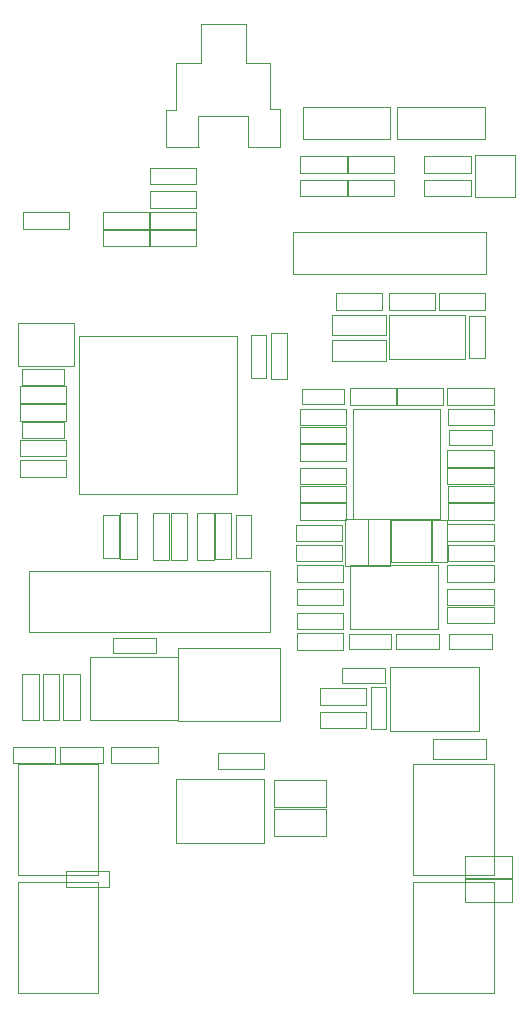
<source format=gbr>
G04 #@! TF.FileFunction,Other,User*
%FSLAX46Y46*%
G04 Gerber Fmt 4.6, Leading zero omitted, Abs format (unit mm)*
G04 Created by KiCad (PCBNEW 4.0.3-stable) date 08/09/18 16:35:35*
%MOMM*%
%LPD*%
G01*
G04 APERTURE LIST*
%ADD10C,0.100000*%
%ADD11C,0.050000*%
G04 APERTURE END LIST*
D10*
D11*
X164150000Y-94500000D02*
X164150000Y-98500000D01*
X164150000Y-98500000D02*
X162250000Y-98500000D01*
X162250000Y-94500000D02*
X162250000Y-98500000D01*
X164150000Y-94500000D02*
X162250000Y-94500000D01*
X151100000Y-97800000D02*
X151100000Y-94200000D01*
X151100000Y-97800000D02*
X152400000Y-97800000D01*
X152400000Y-94200000D02*
X151100000Y-94200000D01*
X152400000Y-94200000D02*
X152400000Y-97800000D01*
X141150000Y-94200000D02*
X141150000Y-97800000D01*
X141150000Y-94200000D02*
X139850000Y-94200000D01*
X139850000Y-97800000D02*
X141150000Y-97800000D01*
X139850000Y-97800000D02*
X139850000Y-94200000D01*
X132950000Y-86350000D02*
X136550000Y-86350000D01*
X132950000Y-86350000D02*
X132950000Y-87650000D01*
X136550000Y-87650000D02*
X136550000Y-86350000D01*
X136550000Y-87650000D02*
X132950000Y-87650000D01*
X132950000Y-81850000D02*
X136550000Y-81850000D01*
X132950000Y-81850000D02*
X132950000Y-83150000D01*
X136550000Y-83150000D02*
X136550000Y-81850000D01*
X136550000Y-83150000D02*
X132950000Y-83150000D01*
X160650000Y-104250000D02*
X164250000Y-104250000D01*
X160650000Y-104250000D02*
X160650000Y-105550000D01*
X164250000Y-105550000D02*
X164250000Y-104250000D01*
X164250000Y-105550000D02*
X160650000Y-105550000D01*
X132600000Y-134700000D02*
X132600000Y-125300000D01*
X132600000Y-134700000D02*
X139400000Y-134700000D01*
X139400000Y-125300000D02*
X132600000Y-125300000D01*
X139400000Y-125300000D02*
X139400000Y-134700000D01*
X140300000Y-125650000D02*
X136700000Y-125650000D01*
X140300000Y-125650000D02*
X140300000Y-124350000D01*
X136700000Y-124350000D02*
X136700000Y-125650000D01*
X136700000Y-124350000D02*
X140300000Y-124350000D01*
X136200000Y-113850000D02*
X139800000Y-113850000D01*
X136200000Y-113850000D02*
X136200000Y-115150000D01*
X139800000Y-115150000D02*
X139800000Y-113850000D01*
X139800000Y-115150000D02*
X136200000Y-115150000D01*
X153650000Y-78950000D02*
X153650000Y-82550000D01*
X153650000Y-78950000D02*
X152350000Y-78950000D01*
X152350000Y-82550000D02*
X153650000Y-82550000D01*
X152350000Y-82550000D02*
X152350000Y-78950000D01*
X139400000Y-115300000D02*
X139400000Y-124700000D01*
X139400000Y-115300000D02*
X132600000Y-115300000D01*
X132600000Y-124700000D02*
X139400000Y-124700000D01*
X132600000Y-124700000D02*
X132600000Y-115300000D01*
X163800000Y-108750000D02*
X163800000Y-112350000D01*
X163800000Y-108750000D02*
X162500000Y-108750000D01*
X162500000Y-112350000D02*
X163800000Y-112350000D01*
X162500000Y-112350000D02*
X162500000Y-108750000D01*
X163700000Y-108450000D02*
X160100000Y-108450000D01*
X163700000Y-108450000D02*
X163700000Y-107150000D01*
X160100000Y-107150000D02*
X160100000Y-108450000D01*
X160100000Y-107150000D02*
X163700000Y-107150000D01*
X168950000Y-94600000D02*
X168950000Y-98200000D01*
X168950000Y-94600000D02*
X167650000Y-94600000D01*
X167650000Y-98200000D02*
X168950000Y-98200000D01*
X167650000Y-98200000D02*
X167650000Y-94600000D01*
X172900000Y-115300000D02*
X172900000Y-124700000D01*
X172900000Y-115300000D02*
X166100000Y-115300000D01*
X166100000Y-124700000D02*
X172900000Y-124700000D01*
X166100000Y-124700000D02*
X166100000Y-115300000D01*
X160250000Y-84800000D02*
X156650000Y-84800000D01*
X160250000Y-84800000D02*
X160250000Y-83500000D01*
X156650000Y-83500000D02*
X156650000Y-84800000D01*
X156650000Y-83500000D02*
X160250000Y-83500000D01*
X168250000Y-105550000D02*
X164650000Y-105550000D01*
X168250000Y-105550000D02*
X168250000Y-104250000D01*
X164650000Y-104250000D02*
X164650000Y-105550000D01*
X164650000Y-104250000D02*
X168250000Y-104250000D01*
X170850000Y-80900000D02*
X170850000Y-77300000D01*
X170850000Y-80900000D02*
X172150000Y-80900000D01*
X172150000Y-77300000D02*
X170850000Y-77300000D01*
X172150000Y-77300000D02*
X172150000Y-80900000D01*
X163750000Y-81130000D02*
X159250000Y-81130000D01*
X163750000Y-81130000D02*
X163750000Y-79380000D01*
X159250000Y-79380000D02*
X159250000Y-81130000D01*
X159250000Y-79380000D02*
X163750000Y-79380000D01*
X172750000Y-88300000D02*
X169150000Y-88300000D01*
X172750000Y-88300000D02*
X172750000Y-87000000D01*
X169150000Y-87000000D02*
X169150000Y-88300000D01*
X169150000Y-87000000D02*
X172750000Y-87000000D01*
X172750000Y-105550000D02*
X169150000Y-105550000D01*
X172750000Y-105550000D02*
X172750000Y-104250000D01*
X169150000Y-104250000D02*
X169150000Y-105550000D01*
X169150000Y-104250000D02*
X172750000Y-104250000D01*
X163750000Y-78980000D02*
X159250000Y-78980000D01*
X163750000Y-78980000D02*
X163750000Y-77230000D01*
X159250000Y-77230000D02*
X159250000Y-78980000D01*
X159250000Y-77230000D02*
X163750000Y-77230000D01*
X172250000Y-114880000D02*
X167750000Y-114880000D01*
X172250000Y-114880000D02*
X172250000Y-113130000D01*
X167750000Y-113130000D02*
X167750000Y-114880000D01*
X167750000Y-113130000D02*
X172250000Y-113130000D01*
X174500000Y-126950000D02*
X170500000Y-126950000D01*
X170500000Y-126950000D02*
X170500000Y-125050000D01*
X174500000Y-125050000D02*
X170500000Y-125050000D01*
X174500000Y-126950000D02*
X174500000Y-125050000D01*
X174500000Y-124950000D02*
X170500000Y-124950000D01*
X170500000Y-124950000D02*
X170500000Y-123050000D01*
X174500000Y-123050000D02*
X170500000Y-123050000D01*
X174500000Y-124950000D02*
X174500000Y-123050000D01*
X154300000Y-119100000D02*
X158700000Y-119100000D01*
X158700000Y-119100000D02*
X158700000Y-121400000D01*
X158700000Y-121400000D02*
X154300000Y-121400000D01*
X154300000Y-119100000D02*
X154300000Y-121400000D01*
X158700000Y-118900000D02*
X154300000Y-118900000D01*
X154300000Y-118900000D02*
X154300000Y-116600000D01*
X154300000Y-116600000D02*
X158700000Y-116600000D01*
X158700000Y-118900000D02*
X158700000Y-116600000D01*
X154800000Y-105450000D02*
X146150000Y-105450000D01*
X146150000Y-105450000D02*
X146150000Y-111600000D01*
X146150000Y-111600000D02*
X154800000Y-111600000D01*
X154800000Y-111600000D02*
X154800000Y-105450000D01*
X164200000Y-94650000D02*
X167600000Y-94650000D01*
X167600000Y-94650000D02*
X167600000Y-98150000D01*
X167600000Y-98150000D02*
X164200000Y-98150000D01*
X164200000Y-98150000D02*
X164200000Y-94650000D01*
X174700000Y-67250000D02*
X171300000Y-67250000D01*
X171300000Y-67250000D02*
X171300000Y-63750000D01*
X171300000Y-63750000D02*
X174700000Y-63750000D01*
X174700000Y-63750000D02*
X174700000Y-67250000D01*
X164460000Y-65200000D02*
X160550000Y-65200000D01*
X164460000Y-65200000D02*
X164460000Y-63800000D01*
X160550000Y-63800000D02*
X160550000Y-65200000D01*
X160550000Y-63800000D02*
X164460000Y-63800000D01*
X156540000Y-63800000D02*
X160450000Y-63800000D01*
X156540000Y-63800000D02*
X156540000Y-65200000D01*
X160450000Y-65200000D02*
X160450000Y-63800000D01*
X160450000Y-65200000D02*
X156540000Y-65200000D01*
X167040000Y-63800000D02*
X170950000Y-63800000D01*
X167040000Y-63800000D02*
X167040000Y-65200000D01*
X170950000Y-65200000D02*
X170950000Y-63800000D01*
X170950000Y-65200000D02*
X167040000Y-65200000D01*
X156240000Y-98450000D02*
X160150000Y-98450000D01*
X156240000Y-98450000D02*
X156240000Y-99850000D01*
X160150000Y-99850000D02*
X160150000Y-98450000D01*
X160150000Y-99850000D02*
X156240000Y-99850000D01*
X160160000Y-101850000D02*
X156250000Y-101850000D01*
X160160000Y-101850000D02*
X160160000Y-100450000D01*
X156250000Y-100450000D02*
X156250000Y-101850000D01*
X156250000Y-100450000D02*
X160160000Y-100450000D01*
X160160000Y-103850000D02*
X156250000Y-103850000D01*
X160160000Y-103850000D02*
X160160000Y-102450000D01*
X156250000Y-102450000D02*
X156250000Y-103850000D01*
X156250000Y-102450000D02*
X160160000Y-102450000D01*
X156240000Y-104200000D02*
X160150000Y-104200000D01*
X156240000Y-104200000D02*
X156240000Y-105600000D01*
X160150000Y-105600000D02*
X160150000Y-104200000D01*
X160150000Y-105600000D02*
X156240000Y-105600000D01*
X132790000Y-84800000D02*
X136700000Y-84800000D01*
X132790000Y-84800000D02*
X132790000Y-86200000D01*
X136700000Y-86200000D02*
X136700000Y-84800000D01*
X136700000Y-86200000D02*
X132790000Y-86200000D01*
X132790000Y-83300000D02*
X136700000Y-83300000D01*
X132790000Y-83300000D02*
X132790000Y-84700000D01*
X136700000Y-84700000D02*
X136700000Y-83300000D01*
X136700000Y-84700000D02*
X132790000Y-84700000D01*
X142700000Y-94040000D02*
X142700000Y-97950000D01*
X142700000Y-94040000D02*
X141300000Y-94040000D01*
X141300000Y-97950000D02*
X142700000Y-97950000D01*
X141300000Y-97950000D02*
X141300000Y-94040000D01*
X147710000Y-68200000D02*
X143800000Y-68200000D01*
X147710000Y-68200000D02*
X147710000Y-66800000D01*
X143800000Y-66800000D02*
X143800000Y-68200000D01*
X143800000Y-66800000D02*
X147710000Y-66800000D01*
X147710000Y-66200000D02*
X143800000Y-66200000D01*
X147710000Y-66200000D02*
X147710000Y-64800000D01*
X143800000Y-64800000D02*
X143800000Y-66200000D01*
X143800000Y-64800000D02*
X147710000Y-64800000D01*
X154050000Y-82710000D02*
X154050000Y-78800000D01*
X154050000Y-82710000D02*
X155450000Y-82710000D01*
X155450000Y-78800000D02*
X154050000Y-78800000D01*
X155450000Y-78800000D02*
X155450000Y-82710000D01*
X144460000Y-115200000D02*
X140550000Y-115200000D01*
X144460000Y-115200000D02*
X144460000Y-113800000D01*
X140550000Y-113800000D02*
X140550000Y-115200000D01*
X140550000Y-113800000D02*
X144460000Y-113800000D01*
X145550000Y-97960000D02*
X145550000Y-94050000D01*
X145550000Y-97960000D02*
X146950000Y-97960000D01*
X146950000Y-94050000D02*
X145550000Y-94050000D01*
X146950000Y-94050000D02*
X146950000Y-97960000D01*
X144050000Y-97960000D02*
X144050000Y-94050000D01*
X144050000Y-97960000D02*
X145450000Y-97960000D01*
X145450000Y-94050000D02*
X144050000Y-94050000D01*
X145450000Y-94050000D02*
X145450000Y-97960000D01*
X136475000Y-111585000D02*
X136475000Y-107675000D01*
X136475000Y-111585000D02*
X137875000Y-111585000D01*
X137875000Y-107675000D02*
X136475000Y-107675000D01*
X137875000Y-107675000D02*
X137875000Y-111585000D01*
X134375000Y-107665000D02*
X134375000Y-111575000D01*
X134375000Y-107665000D02*
X132975000Y-107665000D01*
X132975000Y-111575000D02*
X134375000Y-111575000D01*
X132975000Y-111575000D02*
X132975000Y-107665000D01*
X134725000Y-111585000D02*
X134725000Y-107675000D01*
X134725000Y-111585000D02*
X136125000Y-111585000D01*
X136125000Y-107675000D02*
X134725000Y-107675000D01*
X136125000Y-107675000D02*
X136125000Y-111585000D01*
X162110000Y-112250000D02*
X158200000Y-112250000D01*
X162110000Y-112250000D02*
X162110000Y-110850000D01*
X158200000Y-110850000D02*
X158200000Y-112250000D01*
X158200000Y-110850000D02*
X162110000Y-110850000D01*
X172910000Y-98100000D02*
X169000000Y-98100000D01*
X172910000Y-98100000D02*
X172910000Y-96700000D01*
X169000000Y-96700000D02*
X169000000Y-98100000D01*
X169000000Y-96700000D02*
X172910000Y-96700000D01*
X162110000Y-110250000D02*
X158200000Y-110250000D01*
X162110000Y-110250000D02*
X162110000Y-108850000D01*
X158200000Y-108850000D02*
X158200000Y-110250000D01*
X158200000Y-108850000D02*
X162110000Y-108850000D01*
X168990000Y-98450000D02*
X172900000Y-98450000D01*
X168990000Y-98450000D02*
X168990000Y-99850000D01*
X172900000Y-99850000D02*
X172900000Y-98450000D01*
X172900000Y-99850000D02*
X168990000Y-99850000D01*
X168990000Y-100450000D02*
X172900000Y-100450000D01*
X168990000Y-100450000D02*
X168990000Y-101850000D01*
X172900000Y-101850000D02*
X172900000Y-100450000D01*
X172900000Y-101850000D02*
X168990000Y-101850000D01*
X156490000Y-85200000D02*
X160400000Y-85200000D01*
X156490000Y-85200000D02*
X156490000Y-86600000D01*
X160400000Y-86600000D02*
X160400000Y-85200000D01*
X160400000Y-86600000D02*
X156490000Y-86600000D01*
X160410000Y-91600000D02*
X156500000Y-91600000D01*
X160410000Y-91600000D02*
X160410000Y-90200000D01*
X156500000Y-90200000D02*
X156500000Y-91600000D01*
X156500000Y-90200000D02*
X160410000Y-90200000D01*
X156490000Y-91700000D02*
X160400000Y-91700000D01*
X156490000Y-91700000D02*
X156490000Y-93100000D01*
X160400000Y-93100000D02*
X160400000Y-91700000D01*
X160400000Y-93100000D02*
X156490000Y-93100000D01*
X160410000Y-94600000D02*
X156500000Y-94600000D01*
X160410000Y-94600000D02*
X160410000Y-93200000D01*
X156500000Y-93200000D02*
X156500000Y-94600000D01*
X156500000Y-93200000D02*
X160410000Y-93200000D01*
X168990000Y-90200000D02*
X172900000Y-90200000D01*
X168990000Y-90200000D02*
X168990000Y-91600000D01*
X172900000Y-91600000D02*
X172900000Y-90200000D01*
X172900000Y-91600000D02*
X168990000Y-91600000D01*
X168990000Y-88700000D02*
X172900000Y-88700000D01*
X168990000Y-88700000D02*
X168990000Y-90100000D01*
X172900000Y-90100000D02*
X172900000Y-88700000D01*
X172900000Y-90100000D02*
X168990000Y-90100000D01*
X168990000Y-101950000D02*
X172900000Y-101950000D01*
X168990000Y-101950000D02*
X168990000Y-103350000D01*
X172900000Y-103350000D02*
X172900000Y-101950000D01*
X172900000Y-103350000D02*
X168990000Y-103350000D01*
X160410000Y-88100000D02*
X156500000Y-88100000D01*
X160410000Y-88100000D02*
X160410000Y-86700000D01*
X156500000Y-86700000D02*
X156500000Y-88100000D01*
X156500000Y-86700000D02*
X160410000Y-86700000D01*
X156490000Y-88200000D02*
X160400000Y-88200000D01*
X156490000Y-88200000D02*
X156490000Y-89600000D01*
X160400000Y-89600000D02*
X160400000Y-88200000D01*
X160400000Y-89600000D02*
X156490000Y-89600000D01*
X172910000Y-93100000D02*
X169000000Y-93100000D01*
X172910000Y-93100000D02*
X172910000Y-91700000D01*
X169000000Y-91700000D02*
X169000000Y-93100000D01*
X169000000Y-91700000D02*
X172910000Y-91700000D01*
X163460000Y-76800000D02*
X159550000Y-76800000D01*
X163460000Y-76800000D02*
X163460000Y-75400000D01*
X159550000Y-75400000D02*
X159550000Y-76800000D01*
X159550000Y-75400000D02*
X163460000Y-75400000D01*
X160060000Y-98100000D02*
X156150000Y-98100000D01*
X160060000Y-98100000D02*
X160060000Y-96700000D01*
X156150000Y-96700000D02*
X156150000Y-98100000D01*
X156150000Y-96700000D02*
X160060000Y-96700000D01*
X172910000Y-94600000D02*
X169000000Y-94600000D01*
X172910000Y-94600000D02*
X172910000Y-93200000D01*
X169000000Y-93200000D02*
X169000000Y-94600000D01*
X169000000Y-93200000D02*
X172910000Y-93200000D01*
X160060000Y-96400000D02*
X156150000Y-96400000D01*
X160060000Y-96400000D02*
X160060000Y-95000000D01*
X156150000Y-95000000D02*
X156150000Y-96400000D01*
X156150000Y-95000000D02*
X160060000Y-95000000D01*
X168990000Y-94950000D02*
X172900000Y-94950000D01*
X168990000Y-94950000D02*
X168990000Y-96350000D01*
X172900000Y-96350000D02*
X172900000Y-94950000D01*
X172900000Y-96350000D02*
X168990000Y-96350000D01*
X167960000Y-76800000D02*
X164050000Y-76800000D01*
X167960000Y-76800000D02*
X167960000Y-75400000D01*
X164050000Y-75400000D02*
X164050000Y-76800000D01*
X164050000Y-75400000D02*
X167960000Y-75400000D01*
X172210000Y-76800000D02*
X168300000Y-76800000D01*
X172210000Y-76800000D02*
X172210000Y-75400000D01*
X168300000Y-75400000D02*
X168300000Y-76800000D01*
X168300000Y-75400000D02*
X172210000Y-75400000D01*
X170960000Y-67200000D02*
X167050000Y-67200000D01*
X170960000Y-67200000D02*
X170960000Y-65800000D01*
X167050000Y-65800000D02*
X167050000Y-67200000D01*
X167050000Y-65800000D02*
X170960000Y-65800000D01*
X153460000Y-115700000D02*
X149550000Y-115700000D01*
X153460000Y-115700000D02*
X153460000Y-114300000D01*
X149550000Y-114300000D02*
X149550000Y-115700000D01*
X149550000Y-114300000D02*
X153460000Y-114300000D01*
X172910000Y-86600000D02*
X169000000Y-86600000D01*
X172910000Y-86600000D02*
X172910000Y-85200000D01*
X169000000Y-85200000D02*
X169000000Y-86600000D01*
X169000000Y-85200000D02*
X172910000Y-85200000D01*
X168990000Y-83450000D02*
X172900000Y-83450000D01*
X168990000Y-83450000D02*
X168990000Y-84850000D01*
X172900000Y-84850000D02*
X172900000Y-83450000D01*
X172900000Y-84850000D02*
X168990000Y-84850000D01*
X164740000Y-83450000D02*
X168650000Y-83450000D01*
X164740000Y-83450000D02*
X164740000Y-84850000D01*
X168650000Y-84850000D02*
X168650000Y-83450000D01*
X168650000Y-84850000D02*
X164740000Y-84850000D01*
X160740000Y-83450000D02*
X164650000Y-83450000D01*
X160740000Y-83450000D02*
X160740000Y-84850000D01*
X164650000Y-84850000D02*
X164650000Y-83450000D01*
X164650000Y-84850000D02*
X160740000Y-84850000D01*
X160720000Y-98450000D02*
X160720000Y-103850000D01*
X168180000Y-98450000D02*
X168180000Y-103850000D01*
X160720000Y-98450000D02*
X168180000Y-98450000D01*
X160720000Y-103850000D02*
X168180000Y-103850000D01*
X137800000Y-79050000D02*
X137800000Y-92450000D01*
X151200000Y-79050000D02*
X151200000Y-92450000D01*
X137800000Y-79050000D02*
X151200000Y-79050000D01*
X137800000Y-92450000D02*
X151200000Y-92450000D01*
X146155000Y-111575000D02*
X146155000Y-106175000D01*
X138695000Y-111575000D02*
X138695000Y-106175000D01*
X146155000Y-111575000D02*
X138695000Y-111575000D01*
X146155000Y-106175000D02*
X138695000Y-106175000D01*
X132600000Y-81550000D02*
X132600000Y-77950000D01*
X137400000Y-81550000D02*
X132600000Y-81550000D01*
X137400000Y-77950000D02*
X137400000Y-81550000D01*
X132600000Y-77950000D02*
X137400000Y-77950000D01*
X161000000Y-85250000D02*
X161000000Y-94550000D01*
X168400000Y-85250000D02*
X168400000Y-94550000D01*
X161000000Y-85250000D02*
X168400000Y-85250000D01*
X161000000Y-94550000D02*
X168400000Y-94550000D01*
X171630000Y-112500000D02*
X171630000Y-107100000D01*
X164170000Y-112500000D02*
X164170000Y-107100000D01*
X171630000Y-112500000D02*
X164170000Y-112500000D01*
X171630000Y-107100000D02*
X164170000Y-107100000D01*
X164050000Y-77250000D02*
X164050000Y-80950000D01*
X170450000Y-77250000D02*
X170450000Y-80950000D01*
X164050000Y-77250000D02*
X170450000Y-77250000D01*
X164050000Y-80950000D02*
X170450000Y-80950000D01*
X153480000Y-121950000D02*
X153480000Y-116550000D01*
X146020000Y-121950000D02*
X146020000Y-116550000D01*
X153480000Y-121950000D02*
X146020000Y-121950000D01*
X153480000Y-116550000D02*
X146020000Y-116550000D01*
X153950000Y-104100000D02*
X153950000Y-98900000D01*
X153950000Y-98900000D02*
X133550000Y-98900000D01*
X133550000Y-98900000D02*
X133550000Y-104100000D01*
X133550000Y-104100000D02*
X153950000Y-104100000D01*
X135800000Y-115150000D02*
X132200000Y-115150000D01*
X135800000Y-115150000D02*
X135800000Y-113850000D01*
X132200000Y-113850000D02*
X132200000Y-115150000D01*
X132200000Y-113850000D02*
X135800000Y-113850000D01*
X147950000Y-63000000D02*
X145150000Y-63000000D01*
X145150000Y-63000000D02*
X145150000Y-59900000D01*
X145150000Y-59900000D02*
X146000000Y-59900000D01*
X146000000Y-59900000D02*
X146000000Y-55950000D01*
X152150000Y-63000000D02*
X154850000Y-63000000D01*
X154850000Y-63000000D02*
X154850000Y-59850000D01*
X154850000Y-59850000D02*
X154000000Y-59850000D01*
X154000000Y-59850000D02*
X154000000Y-55950000D01*
X147850000Y-60450000D02*
X152150000Y-60450000D01*
X154000000Y-55950000D02*
X151900000Y-55950000D01*
X151900000Y-55950000D02*
X151900000Y-52650000D01*
X151900000Y-52650000D02*
X148100000Y-52650000D01*
X148100000Y-52650000D02*
X148100000Y-55950000D01*
X148100000Y-55950000D02*
X146000000Y-55950000D01*
X147850000Y-63050000D02*
X147850000Y-60450000D01*
X152150000Y-60450000D02*
X152150000Y-63000000D01*
X164150000Y-62350000D02*
X164150000Y-59650000D01*
X164150000Y-59650000D02*
X156750000Y-59650000D01*
X156750000Y-59650000D02*
X156750000Y-62350000D01*
X156750000Y-62350000D02*
X164150000Y-62350000D01*
X172150000Y-62350000D02*
X172150000Y-59650000D01*
X172150000Y-59650000D02*
X164750000Y-59650000D01*
X164750000Y-59650000D02*
X164750000Y-62350000D01*
X164750000Y-62350000D02*
X172150000Y-62350000D01*
X136960000Y-69950000D02*
X133050000Y-69950000D01*
X136960000Y-69950000D02*
X136960000Y-68550000D01*
X133050000Y-68550000D02*
X133050000Y-69950000D01*
X133050000Y-68550000D02*
X136960000Y-68550000D01*
X166100000Y-134700000D02*
X166100000Y-125300000D01*
X166100000Y-134700000D02*
X172900000Y-134700000D01*
X172900000Y-125300000D02*
X166100000Y-125300000D01*
X172900000Y-125300000D02*
X172900000Y-134700000D01*
X144300000Y-105900000D02*
X140700000Y-105900000D01*
X144300000Y-105900000D02*
X144300000Y-104600000D01*
X140700000Y-104600000D02*
X140700000Y-105900000D01*
X140700000Y-104600000D02*
X144300000Y-104600000D01*
X147800000Y-97960000D02*
X147800000Y-94050000D01*
X147800000Y-97960000D02*
X149200000Y-97960000D01*
X149200000Y-94050000D02*
X147800000Y-94050000D01*
X149200000Y-94050000D02*
X149200000Y-97960000D01*
X132790000Y-87800000D02*
X136700000Y-87800000D01*
X132790000Y-87800000D02*
X132790000Y-89200000D01*
X136700000Y-89200000D02*
X136700000Y-87800000D01*
X136700000Y-89200000D02*
X132790000Y-89200000D01*
X150700000Y-94040000D02*
X150700000Y-97950000D01*
X150700000Y-94040000D02*
X149300000Y-94040000D01*
X149300000Y-97950000D02*
X150700000Y-97950000D01*
X149300000Y-97950000D02*
X149300000Y-94040000D01*
X136710000Y-90950000D02*
X132800000Y-90950000D01*
X136710000Y-90950000D02*
X136710000Y-89550000D01*
X132800000Y-89550000D02*
X132800000Y-90950000D01*
X132800000Y-89550000D02*
X136710000Y-89550000D01*
X155950000Y-73800000D02*
X172250000Y-73800000D01*
X172250000Y-73800000D02*
X172250000Y-70200000D01*
X172250000Y-70200000D02*
X155950000Y-70200000D01*
X155950000Y-70200000D02*
X155950000Y-73800000D01*
X143710000Y-69950000D02*
X139800000Y-69950000D01*
X143710000Y-69950000D02*
X143710000Y-68550000D01*
X139800000Y-68550000D02*
X139800000Y-69950000D01*
X139800000Y-68550000D02*
X143710000Y-68550000D01*
X143710000Y-71450000D02*
X139800000Y-71450000D01*
X143710000Y-71450000D02*
X143710000Y-70050000D01*
X139800000Y-70050000D02*
X139800000Y-71450000D01*
X139800000Y-70050000D02*
X143710000Y-70050000D01*
X143790000Y-68550000D02*
X147700000Y-68550000D01*
X143790000Y-68550000D02*
X143790000Y-69950000D01*
X147700000Y-69950000D02*
X147700000Y-68550000D01*
X147700000Y-69950000D02*
X143790000Y-69950000D01*
X143790000Y-70050000D02*
X147700000Y-70050000D01*
X143790000Y-70050000D02*
X143790000Y-71450000D01*
X147700000Y-71450000D02*
X147700000Y-70050000D01*
X147700000Y-71450000D02*
X143790000Y-71450000D01*
X160460000Y-67200000D02*
X156550000Y-67200000D01*
X160460000Y-67200000D02*
X160460000Y-65800000D01*
X156550000Y-65800000D02*
X156550000Y-67200000D01*
X156550000Y-65800000D02*
X160460000Y-65800000D01*
X164460000Y-67200000D02*
X160550000Y-67200000D01*
X164460000Y-67200000D02*
X164460000Y-65800000D01*
X160550000Y-65800000D02*
X160550000Y-67200000D01*
X160550000Y-65800000D02*
X164460000Y-65800000D01*
X162250000Y-94500000D02*
X162250000Y-98500000D01*
X162250000Y-98500000D02*
X160350000Y-98500000D01*
X160350000Y-94500000D02*
X160350000Y-98500000D01*
X162250000Y-94500000D02*
X160350000Y-94500000D01*
M02*

</source>
